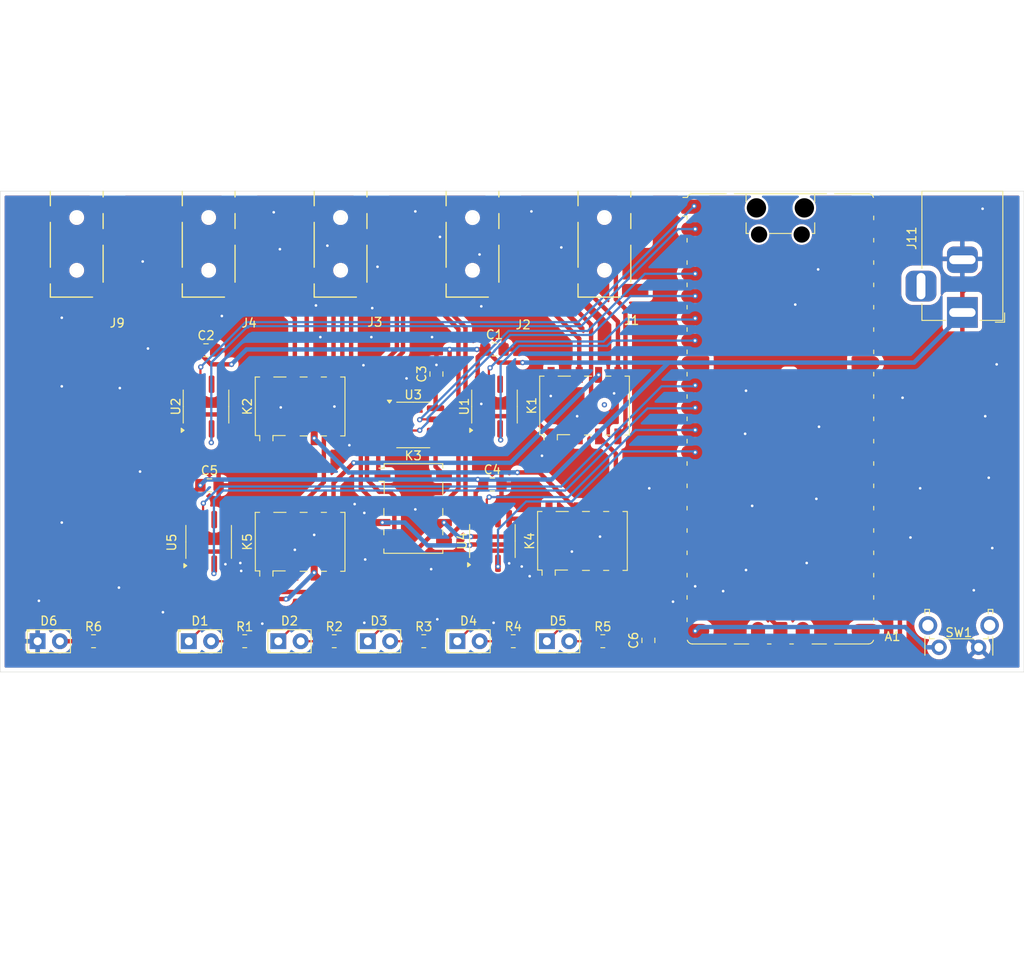
<source format=kicad_pcb>
(kicad_pcb (version 20241229) (generator "pcbnew") (generator_version "9.0")
  (layers (0 "F.Cu" signal) (2 "B.Cu" signal) (13 "F.Paste" user) (15 "B.Paste" user) (5 "F.SilkS" user "F.Silkscreen") (7 "B.SilkS" user "B.Silkscreen") (1 "F.Mask" user) (3 "B.Mask" user) (25 "Edge.Cuts" user))
  (net 0 "")
  (net 1 "/LED2")
  (net 2 "GND")
  (net 3 "Net-(A1-GPIO15)")
  (net 4 "/K5_A")
  (net 7 "/K2_B")
  (net 9 "/K5_B")
  (net 14 "/K2_A")
  (net 15 "/K4_A")
  (net 16 "/K3_B")
  (net 20 "/LED3")
  (net 21 "/LED1")
  (net 23 "/LED4")
  (net 24 "+3.3V")
  (net 25 "VBUS")
  (net 26 "/K4_B")
  (net 28 "/K3_A")
  (net 29 "+5V")
  (net 30 "/K1_A")
  (net 31 "/K1_B")
  (net 35 "/LED5")
  (net 36 "Net-(D1-A)")
  (net 37 "Net-(D2-A)")
  (net 38 "Net-(D3-A)")
  (net 39 "Net-(D4-A)")
  (net 40 "Net-(D5-A)")
  (net 41 "/R1")
  (net 43 "/L1")
  (net 44 "/N1")
  (net 45 "/R2")
  (net 47 "/N2")
  (net 48 "/L2")
  (net 49 "/N3")
  (net 51 "/R3")
  (net 52 "/L3")
  (net 53 "/R4")
  (net 54 "/N4")
  (net 55 "/L4")
  (net 57 "/N")
  (net 59 "/L")
  (net 60 "/R")
  (net 61 "/R12")
  (net 62 "/K1_R")
  (net 63 "/K1_S")
  (net 64 "/L12")
  (net 65 "/R34")
  (net 66 "/L34")
  (net 67 "/K2_S")
  (net 68 "/K2_R")
  (net 69 "/N12")
  (net 70 "/K3_S")
  (net 71 "/K3_R")
  (net 72 "/N34")
  (net 73 "/K4_R")
  (net 74 "/K4_S")
  (net 75 "/K5_S")
  (net 76 "/K5_R")
  (net 87 "Net-(D6-A)")
  (footprint "jacks:PJ-327A" (layer "F.Cu") (at 163.3 57.5)
    (property "Reference" "J1")
    (property "Value" "3.5")
  )
  (footprint "LED_THT:LED_D2.0mm_W4.8mm_H2.5mm_FlatTop" (layer "F.Cu") (at 116.040364 108.7)
    (property "Reference" "D1")
    (property "Value" "LED")
  )
  (footprint "LED_THT:LED_D2.0mm_W4.8mm_H2.5mm_FlatTop" (layer "F.Cu") (at 98.852545 108.7)
    (property "Reference" "D6")
    (property "Value" "LED")
  )
  (footprint "Relay_SMD:Relay_DPDT_Omron_G6K-2F-Y" (layer "F.Cu") (at 141.5625 93.595)
    (property "Reference" "K3")
    (property "Value" "G6KU-2")
  )
  (footprint "Relay_SMD:Relay_DPDT_Omron_G6K-2F-Y" (layer "F.Cu") (at 160.8 97.3 90)
    (property "Reference" "K4")
    (property "Value" "G6KU-2")
  )
  (footprint "Capacitor_SMD:C_0805_2012Metric_Pad1.18x1.45mm_HandSolder" (layer "F.Cu") (at 150.5575 90.8625)
    (property "Reference" "C4")
    (property "Value" "0.1uF")
  )
  (footprint "Connector_BarrelJack:BarrelJack_Horizontal" (layer "F.Cu") (at 204 71.3 -90)
    (property "Reference" "J11")
    (property "Value" "Jack-DC")
  )
  (footprint "LED_THT:LED_D2.0mm_W4.8mm_H2.5mm_FlatTop" (layer "F.Cu") (at 126.220273 108.7)
    (property "Reference" "D2")
    (property "Value" "LED")
  )
  (footprint "LED_THT:LED_D2.0mm_W4.8mm_H2.5mm_FlatTop" (layer "F.Cu") (at 146.580091 108.7)
    (property "Reference" "D4")
    (property "Value" "LED")
  )
  (footprint "Resistor_SMD:R_0805_2012Metric" (layer "F.Cu") (at 105.2125 108.7)
    (property "Reference" "R6")
    (property "Value" "750" (hide yes))
  )
  (footprint "LED_THT:LED_D2.0mm_W4.8mm_H2.5mm_FlatTop" (layer "F.Cu") (at 156.76 108.7)
    (property "Reference" "D5")
    (property "Value" "LED")
  )
  (footprint "Package_SO:SOP-8_3.76x4.96mm_P1.27mm" (layer "F.Cu") (at 150.5625 97.3 90)
    (property "Reference" "U4")
    (property "Value" "~")
  )
  (footprint "Resistor_SMD:R_0805_2012Metric" (layer "F.Cu") (at 152.940046 108.7)
    (property "Reference" "R4")
    (property "Value" "750" (hide yes))
  )
  (footprint "Package_SO:SOP-8_3.76x4.96mm_P1.27mm" (layer "F.Cu") (at 118 82 90)
    (property "Reference" "U2")
    (property "Value" "~")
  )
  (footprint "jacks:PJ-327A" (layer "F.Cu") (at 103.3 57.5)
    (property "Reference" "J9")
    (property "Value" "3.5")
  )
  (footprint "Capacitor_SMD:C_0805_2012Metric_Pad1.18x1.45mm_HandSolder" (layer "F.Cu") (at 144.2 78.3 90)
    (property "Reference" "C3")
    (property "Value" "0.1uF")
  )
  (footprint "Package_SO:SOP-8_3.76x4.96mm_P1.27mm" (layer "F.Cu") (at 118.3 97.4 90)
    (property "Reference" "U5")
    (property "Value" "~")
  )
  (footprint "Relay_SMD:Relay_DPDT_Omron_G6K-2F-Y" (layer "F.Cu") (at 128.7 97.4 90)
    (property "Reference" "K5")
    (property "Value" "G6KU-2")
  )
  (footprint "Relay_SMD:Relay_DPDT_Omron_G6K-2F-Y" (layer "F.Cu") (at 128.7 82 90)
    (property "Reference" "K2")
    (property "Value" "G6KU-2")
  )
  (footprint "Resistor_SMD:R_0805_2012Metric" (layer "F.Cu") (at 142.760137 108.7)
    (property "Reference" "R3")
    (property "Value" "750" (hide yes))
  )
  (footprint "jacks:PJ-327A" (layer "F.Cu") (at 133.3 57.5)
    (property "Reference" "J3")
    (property "Value" "3.5")
  )
  (footprint "Resistor_SMD:R_0805_2012Metric" (layer "F.Cu") (at 132.580228 108.7)
    (property "Reference" "R2")
    (property "Value" "750" (hide yes))
  )
  (footprint "Capacitor_SMD:C_0805_2012Metric_Pad1.18x1.45mm_HandSolder" (layer "F.Cu") (at 150.8 75.5)
    (property "Reference" "C1")
    (property "Value" "0.1uF")
  )
  (footprint "Resistor_SMD:R_0805_2012Metric" (layer "F.Cu") (at 163.119955 108.7)
    (property "Reference" "R5")
    (property "Value" "750" (hide yes))
  )
  (footprint "Resistor_SMD:R_0805_2012Metric" (layer "F.Cu") (at 122.400319 108.7)
    (property "Reference" "R1")
    (property "Value" "750" (hide yes))
  )
  (footprint "Capacitor_SMD:C_0805_2012Metric_Pad1.18x1.45mm_HandSolder" (layer "F.Cu") (at 118.395 90.9625)
    (property "Reference" "C5")
    (property "Value" "0.1uF")
  )
  (footprint "Relay_SMD:Relay_DPDT_Omron_G6K-2F-Y" (layer "F.Cu") (at 161.0375 81.9 90)
    (property "Reference" "K1")
    (property "Value" "G6KU-2")
  )
  (footprint "jacks:PJ-327A" (layer "F.Cu") (at 118.3 57.5)
    (property "Reference" "J4")
    (property "Value" "3.5")
  )
  (footprint "Package_SO:SOP-8_3.76x4.96mm_P1.27mm" (layer "F.Cu") (at 141.5625 84.095)
    (property "Reference" "U3")
    (property "Value" "~")
  )
  (footprint "Module:RaspberryPi_Pico_SMD_HandSolder" (layer "F.Cu") (at 183.31 83.4)
    (property "Reference" "A1")
    (property "Value" "RaspberryPi_Pico")
  )
  (footprint "Capacitor_SMD:C_0805_2012Metric_Pad1.18x1.45mm_HandSolder" (layer "F.Cu") (at 168.3 108.6 90)
    (property "Reference" "C6")
    (property "Value" "0.1uF")
  )
  (footprint "Button_Switch_THT:SW_Tactile_SPST_Angled_PTS645Vx58-2LFS" (layer "F.Cu") (at 205.85 109.389999 180)
    (property "Reference" "SW1")
    (property "Value" "SW_Push")
  )
  (footprint "Package_SO:SOP-8_3.76x4.96mm_P1.27mm" (layer "F.Cu") (at 150.8 82 90)
    (property "Reference" "U1")
    (property "Value" "~")
  )
  (footprint "jacks:PJ-327A" (layer "F.Cu") (at 148.3 57.5)
    (property "Reference" "J2")
    (property "Value" "3.5")
  )
  (footprint "Capacitor_SMD:C_0805_2012Metric_Pad1.18x1.45mm_HandSolder" (layer "F.Cu") (at 118 75.6)
    (property "Reference" "C2")
    (property "Value" "0.1uF")
  )
  (footprint "LED_THT:LED_D2.0mm_W4.8mm_H2.5mm_FlatTop" (layer "F.Cu") (at 136.400182 108.7)
    (property "Reference" "D3")
    (property "Value" "LED")
  )
  (gr_rect (start 94.6 57.5) (end 211 112.2) (stroke (width 0.05)) (fill no) (layer "Edge.Cuts"))
  (via (at 163.3 81.8) (size 0.6) (drill 0.3) (layers "F.Cu" "B.Cu") (net 0))
  (segment (start 165.6 104.6) (end 170.5 99.7) (width 0.254) (layer "F.Cu") (net 1))
  (segment (start 172.75 95.7) (end 172.4 95.7) (width 0.254) (layer "F.Cu") (net 1))
  (segment (start 137.1 104.6) (end 165.6 104.6) (width 0.254) (layer "F.Cu") (net 1))
  (segment (start 170.5 97.6) (end 172.4 95.7) (width 0.254) (layer "F.Cu") (net 1))
  (segment (start 128.820273 106.1) (end 135.6 106.1) (width 0.254) (layer "F.Cu") (net 1))
  (segment (start 170.5 99.7) (end 170.5 97.6) (width 0.254) (layer "F.Cu") (net 1))
  (segment (start 126.220273 108.7) (end 128.820273 106.1) (width 0.254) (layer "F.Cu") (net 1))
  (segment (start 173.62 94.83) (end 172.75 95.7) (width 0.254) (layer "F.Cu") (net 1))
  (segment (start 135.6 106.1) (end 137.1 104.6) (width 0.254) (layer "F.Cu") (net 1))
  (segment (start 183.31 107.3) (end 178.46 102.45) (width 0.5) (layer "F.Cu") (net 2))
  (segment (start 178.46 102.45) (end 173.62 102.45) (width 0.5) (layer "F.Cu") (net 2))
  (via (at 168.4 91.3) (size 0.6) (drill 0.3) (layers "F.Cu" "B.Cu") (net 2))
  (via (at 136 106.6) (size 0.6) (drill 0.3) (layers "F.Cu" "B.Cu") (net 2))
  (via (at 120.205 99.9375) (size 0.6) (drill 0.3) (layers "F.Cu" "B.Cu") (net 2))
  (via (at 141.8 59.8) (size 0.6) (drill 0.3) (layers "F.Cu" "B.Cu") (net 2))
  (via (at 207 90.1) (size 0.6) (drill 0.3) (layers "F.Cu" "B.Cu") (net 2))
  (via (at 206.6 83.1) (size 0.6) (drill 0.3) (layers "F.Cu" "B.Cu") (net 2))
  (via (at 186.3 99.8) (size 0.6) (drill 0.3) (layers "F.Cu" "B.Cu") (net 2))
  (via (at 99 104.1) (size 0.6) (drill 0.3) (layers "F.Cu" "B.Cu") (net 2))
  (via (at 135.9 77.3) (size 0.6) (drill 0.3) (layers "F.Cu" "B.Cu") (net 2))
  (via (at 149.3 70.6) (size 0.6) (drill 0.3) (layers "F.Cu" "B.Cu") (net 2))
  (via (at 143.7 74.1) (size 0.6) (drill 0.3) (layers "F.Cu" "B.Cu") (net 2))
  (via (at 126.4 64.1) (size 0.6) (drill 0.3) (layers "F.Cu" "B.Cu") (net 2))
  (via (at 152.4675 99.8375) (size 0.6) (drill 0.3) (layers "F.Cu" "B.Cu") (net 2))
  (via (at 134.3 86.4) (size 0.6) (drill 0.3) (layers "F.Cu" "B.Cu") (net 2))
  (via (at 187.4 92.5) (size 0.6) (drill 0.3) (layers "F.Cu" "B.Cu") (net 2))
  (via (at 180.1 93.3) (size 0.6) (drill 0.3) (layers "F.Cu" "B.Cu") (net 2))
  (via (at 149.1 64.7) (size 0.6) (drill 0.3) (layers "F.Cu" "B.Cu") (net 2))
  (via (at 164.4 80.5) (size 0.6) (drill 0.3) (layers "F.Cu" "B.Cu") (net 2))
  (via (at 179.4 80.2) (size 0.6) (drill 0.3) (layers "F.Cu" "B.Cu") (net 2))
  (via (at 140.8 78.8) (size 0.6) (drill 0.3) (layers "F.Cu" "B.Cu") (net 2))
  (via (at 136.1 99.4) (size 0.6) (drill 0.3) (layers "F.Cu" "B.Cu") (net 2))
  (via (at 206.3 59.5) (size 0.6) (drill 0.3) (layers "F.Cu" "B.Cu") (net 2))
  (via (at 134.9 93.1) (size 0.6) (drill 0.3) (layers "F.Cu" "B.Cu") (net 2))
  (via (at 110.5 89.4) (size 0.6) (drill 0.3) (layers "F.Cu" "B.Cu") (net 2))
  (via (at 144.6 62.7) (size 0.6) (drill 0.3) (layers "F.Cu" "B.Cu") (net 2))
  (via (at 156.2 87.6) (size 0.6) (drill 0.3) (layers "F.Cu" "B.Cu") (net 2))
  (via (at 173.62 102.45) (size 0.6) (drill 0.3) (layers "F.Cu" "B.Cu") (net 2))
  (via (at 205.3 102.9) (size 0.6) (drill 0.3) (layers "F.Cu" "B.Cu") (net 2))
  (via (at 110.8 65.5) (size 0.6) (drill 0.3) (layers "F.Cu" "B.Cu") (net 2))
  (via (at 162.8 96.8) (size 0.6) (drill 0.3) (layers "F.Cu" "B.Cu") (net 2))
  (via (at 128.1 98.3) (size 0.6) (drill 0.3) (layers "F.Cu" "B.Cu") (net 2))
  (via (at 125.7 59.9) (size 0.6) (drill 0.3) (layers "F.Cu" "B.Cu") (net 2))
  (via (at 101.6 95.2) (size 0.6) (drill 0.3) (layers "F.Cu" "B.Cu") (net 2))
  (via (at 159.6 98.5) (size 0.6) (drill 0.3) (layers "F.Cu" "B.Cu") (net 2))
  (via (at 179.3 85.1) (size 0.6) (drill 0.3) (layers "F.Cu" "B.Cu") (net 2))
  (via (at 108.1 102.6) (size 0.6) (drill 0.3) (layers "F.Cu" "B.Cu") (net 2))
  (via (at 198.1 96.9) (size 0.6) (drill 0.3) (layers "F.Cu" "B.Cu") (net 2))
  (via (at 144.2 77.2625) (size 0.6) (drill 0.3) (layers "F.Cu" "B.Cu") (net 2))
  (via (at 197.2 81) (size 0.6) (drill 0.3) (layers "F.Cu" "B.Cu") (net 2))
  (via (at 149.3 81.7) (size 0.6) (drill 0.3) (layers "F.Cu" "B.Cu") (net 2))
  (via (at 141.8 93.7) (size 0.6) (drill 0.3) (layers "F.Cu" "B.Cu") (net 2))
  (via (at 157.2 80.8) (size 0.6) (drill 0.3) (layers "F.Cu" "B.Cu") (net 2))
  (via (at 207.4 98.1) (size 0.6) (drill 0.3) (layers "F.Cu" "B.Cu") (net 2))
  (via (at 176.8 103) (size 0.6) (drill 0.3) (layers "F.Cu" "B.Cu") (net 2))
  (via (at 187.6 66.4) (size 0.6) (drill 0.3) (layers "F.Cu" "B.Cu") (net 2))
  (via (at 124.4 106.7) (size 0.6) (drill 0.3) (layers "F.Cu" "B.Cu") (net 2))
  (via (at 136.9 70.8) (size 0.6) (drill 0.3) (layers "F.Cu" "B.Cu") (net 2))
  (via (at 199.2 91.3) (size 0.6) (drill 0.3) (layers "F.Cu" "B.Cu") (net 2))
  (via (at 185 70.4) (size 0.6) (drill 0.3) (layers "F.Cu" "B.Cu") (net 2))
  (via (at 130.5 70.5) (size 0.6) (drill 0.3) (layers "F.Cu" "B.Cu") (net 2))
  (via (at 155 59.8) (size 0.6) (drill 0.3) (layers "F.Cu" "B.Cu") (net 2))
  (via (at 158.4 63.9) (size 0.6) (drill 0.3) (layers "F.Cu" "B.Cu") (net 2))
  (via (at 108.2 79.9) (size 0.6) (drill 0.3) (layers "F.Cu" "B.Cu") (net 2))
  (via (at 137.5 66.1) (size 0.6) (drill 0.3) (layers "F.Cu" "B.Cu") (net 2))
  (via (at 179.4 100.6) (size 0.6) (drill 0.3) (layers "F.Cu" "B.Cu") (net 2))
  (via (at 207.9 77.2) (size 0.6) (drill 0.3) (layers "F.Cu" "B.Cu") (net 2))
  (via (at 160.2 83.1) (size 0.6) (drill 0.3) (layers "F.Cu" "B.Cu") (net 2))
  (via (at 154.8 101.3) (size 0.6) (drill 0.3) (layers "F.Cu" "B.Cu") (net 2))
  (via (at 187.7 84.3) (size 0.6) (drill 0.3) (layers "F.Cu" "B.Cu") (net 2))
  (via (at 131.8 63.7) (size 0.6) (drill 0.3) (layers "F.Cu" "B.Cu") (net 2))
  (via (at 131 74.1) (size 0.6) (drill 0.3) (layers "F.Cu" "B.Cu") (net 2))
  (via (at 130.3 96.6) (size 0.6) (drill 0.3) (layers "F.Cu" "B.Cu") (net 2))
  (via (at 119.8 71.7) (size 0.6) (drill 0.3) (layers "F.Cu" "B.Cu") (net 2))
  (via (at 136 94.1) (size 0.6) (drill 0.3) (layers "F.Cu" "B.Cu") (net 2))
  (via (at 122 100.7) (size 0.6) (drill 0.3) (layers "F.Cu" "B.Cu") (net 2))
  (via (at 111.4 75.4) (size 0.6) (drill 0.3) (layers "F.Cu" "B.Cu") (net 2))
  (via (at 171.1 104.2) (size 0.6) (drill 0.3) (layers "F.Cu" "B.Cu") (net 2))
  (via (at 101.6 79.7) (size 0.6) (drill 0.3) (layers "F.Cu" "B.Cu") (net 2))
  (via (at 121.9 99.8) (size 0.6) (drill 0.3) (layers "F.Cu" "B.Cu") (net 2))
  (via (at 132.6 82) (size 0.6) (drill 0.3) (layers "F.Cu" "B.Cu") (net 2))
  (via (at 143.6 100.5) (size 0.6) (drill 0.3) (layers "F.Cu" "B.Cu") (net 2))
  (via (at 144.3 106.2) (size 0.6) (drill 0.3) (layers "F.Cu" "B.Cu") (net 2))
  (via (at 153.9 100.2) (size 0.6) (drill 0.3) (layers "F.Cu" "B.Cu") (net 2))
  (via (at 101.6 71.9) (size 0.6) (drill 0.3) (layers "F.Cu" "B.Cu") (net 2))
  (via (at 113.1 105.4) (size 0.6) (drill 0.3) (layers "F.Cu" "B.Cu") (net 2))
  (via (at 136.8 74.1) (size 0.6) (drill 0.3) (layers "F.Cu" "B.Cu") (net 2))
  (via (at 126.5 82.1) (size 0.6) (drill 0.3) (layers "F.Cu" "B.Cu") (net 2))
  (via (at 150.7 106.6) (size 0.6) (drill 0.3) (layers "F.Cu" "B.Cu") (net 2))
  (segment (start 168.3 107.5625) (end 173.5875 107.5625) (width 0.5) (layer "F.Cu") (net 3))
  (segment (start 173.5875 107.5625) (end 173.62 107.53) (width 0.5) (layer "F.Cu") (net 3))
  (via (at 173.62 107.53) (size 0.6) (drill 0.3) (layers "F.Cu" "B.Cu") (net 3))
  (segment (start 197.5 107.089999) (end 174.060001 107.089999) (width 0.5) (layer "B.Cu") (net 3))
  (segment (start 174.060001 107.089999) (end 173.62 107.53) (width 0.5) (layer "B.Cu") (net 3))
  (segment (start 201.349999 109.389999) (end 199.8 109.389999) (width 0.5) (layer "B.Cu") (net 3))
  (segment (start 199.8 109.389999) (end 197.5 107.089999) (width 0.5) (layer "B.Cu") (net 3))
  (segment (start 118.935 99.9375) (end 118.935 100.965) (width 0.254) (layer "F.Cu") (net 4))
  (segment (start 118.935 100.965) (end 118.9 101) (width 0.254) (layer "F.Cu") (net 4))
  (via (at 118.9 101) (size 0.6) (drill 0.3) (layers "F.Cu" "B.Cu") (net 4))
  (via (at 173.62 82.13) (size 0.6) (drill 0.3) (layers "F.Cu" "B.Cu") (net 4))
  (segment (start 168.2 82.2) (end 173.55 82.2) (width 0.254) (layer "B.Cu") (net 4))
  (segment (start 158.845 91.555) (end 168.2 82.2) (width 0.254) (layer "B.Cu") (net 4))
  (segment (start 118.9 101) (end 118.9 92.6) (width 0.254) (layer "B.Cu") (net 4))
  (segment (start 119.945 91.555) (end 158.845 91.555) (width 0.254) (layer "B.Cu") (net 4))
  (segment (start 173.55 82.2) (end 173.62 82.13) (width 0.254) (layer "B.Cu") (net 4))
  (segment (start 118.9 92.6) (end 119.945 91.555) (width 0.254) (layer "B.Cu") (net 4))
  (segment (start 117.365 79.4625) (end 117.365 77.535) (width 0.254) (layer "F.Cu") (net 7))
  (segment (start 173.62 59.27) (end 173.57 59.27) (width 0.254) (layer "F.Cu") (net 7))
  (segment (start 173.57 59.27) (end 173.5 59.2) (width 0.254) (layer "F.Cu") (net 7))
  (segment (start 117.365 77.535) (end 117.4 77.5) (width 0.254) (layer "F.Cu") (net 7))
  (via (at 173.5 59.2) (size 0.6) (drill 0.3) (layers "F.Cu" "B.Cu") (net 7))
  (via (at 117.4 77.5) (size 0.6) (drill 0.3) (layers "F.Cu" "B.Cu") (net 7))
  (segment (start 122.5 72.4) (end 160.3 72.4) (width 0.254) (layer "B.Cu") (net 7))
  (segment (start 117.4 77.5) (end 122.5 72.4) (width 0.254) (layer "B.Cu") (net 7))
  (segment (start 160.3 72.4) (end 173.5 59.2) (width 0.254) (layer "B.Cu") (net 7))
  (segment (start 117.665 93.035) (end 117.7 93) (width 0.254) (layer "F.Cu") (net 9))
  (segment (start 117.665 94.8625) (end 117.665 93.035) (width 0.254) (layer "F.Cu") (net 9))
  (via (at 173.62 79.59) (size 0.6) (drill 0.3) (layers "F.Cu" "B.Cu") (net 9))
  (via (at 117.7 93) (size 0.6) (drill 0.3) (layers "F.Cu" "B.Cu") (net 9))
  (segment (start 158.4 91.1) (end 169.8 79.7) (width 0.254) (layer "B.Cu") (net 9))
  (segment (start 119.6 91.1) (end 158.4 91.1) (width 0.254) (layer "B.Cu") (net 9))
  (segment (start 117.7 93) (end 119.6 91.1) (width 0.254) (layer "B.Cu") (net 9))
  (segment (start 173.51 79.7) (end 173.62 79.59) (width 0.254) (layer "B.Cu") (net 9))
  (segment (start 169.8 79.7) (end 173.51 79.7) (width 0.254) (layer "B.Cu") (net 9))
  (segment (start 118.635 86.065) (end 118.6 86.1) (width 0.254) (layer "F.Cu") (net 14))
  (segment (start 118.635 84.5375) (end 118.635 86.065) (width 0.254) (layer "F.Cu") (net 14))
  (via (at 118.6 86.1) (size 0.6) (drill 0.3) (layers "F.Cu" "B.Cu") (net 14))
  (via (at 173.62 61.81) (size 0.6) (drill 0.3) (layers "F.Cu" "B.Cu") (net 14))
  (segment (start 171.69 61.81) (end 173.62 61.81) (width 0.254) (layer "B.Cu") (net 14))
  (segment (start 122.6 73) (end 122.745 72.855) (width 0.254) (layer "B.Cu") (net 14))
  (segment (start 122.745 72.855) (end 160.645 72.855) (width 0.254) (layer "B.Cu") (net 14))
  (segment (start 160.645 72.855) (end 171.69 61.81) (width 0.254) (layer "B.Cu") (net 14))
  (segment (start 122.6 73) (end 122.8 73) (width 0.254) (layer "B.Cu") (net 14))
  (segment (start 118.6 77) (end 122.6 73) (width 0.254) (layer "B.Cu") (net 14))
  (segment (start 118.6 86.1) (end 118.6 77) (width 0.254) (layer "B.Cu") (net 14))
  (segment (start 151.1975 99.8375) (end 151.1975 100.1975) (width 0.254) (layer "F.Cu") (net 15))
  (segment (start 151.1975 100.1975) (end 151.2 100.2) (width 0.254) (layer "F.Cu") (net 15))
  (via (at 173.62 87.21) (size 0.6) (drill 0.3) (layers "F.Cu" "B.Cu") (net 15))
  (via (at 151.2 100.2) (size 0.6) (drill 0.3) (layers "F.Cu" "B.Cu") (net 15))
  (segment (start 159.6 92.8) (end 165.3 87.1) (width 0.254) (layer "B.Cu") (net 15))
  (segment (start 151.2 96) (end 154.4 92.8) (width 0.254) (layer "B.Cu") (net 15))
  (segment (start 173.51 87.1) (end 173.62 87.21) (width 0.254) (layer "B.Cu") (net 15))
  (segment (start 154.4 92.8) (end 159.6 92.8) (width 0.254) (layer "B.Cu") (net 15))
  (segment (start 165.3 87.1) (end 173.51 87.1) (width 0.254) (layer "B.Cu") (net 15))
  (segment (start 151.2 100.2) (end 151.2 96) (width 0.254) (layer "B.Cu") (net 15))
  (segment (start 142.34 83.46) (end 142.3 83.5) (width 0.254) (layer "F.Cu") (net 16))
  (segment (start 144.1 83.46) (end 142.34 83.46) (width 0.254) (layer "F.Cu") (net 16))
  (via (at 173.62 66.89) (size 0.6) (drill 0.3) (layers "F.Cu" "B.Cu") (net 16))
  (via (at 142.3 83.5) (size 0.6) (drill 0.3) (layers "F.Cu" "B.Cu") (net 16))
  (segment (start 142.3 83.5) (end 152.4 73.4) (width 0.254) (layer "B.Cu") (net 16))
  (segment (start 152.4 73.4) (end 161.4 73.4) (width 0.254) (layer "B.Cu") (net 16))
  (segment (start 161.4 73.4) (end 167.9 66.9) (width 0.254) (layer "B.Cu") (net 16))
  (segment (start 173.61 66.9) (end 173.62 66.89) (width 0.254) (layer "B.Cu") (net 16))
  (segment (start 167.9 66.9) (end 173.61 66.9) (width 0.254) (layer "B.Cu") (net 16))
  (segment (start 165.9 105.09) (end 173.62 97.37) (width 0.254) (layer "F.Cu") (net 20))
  (segment (start 140.010182 105.09) (end 165.9 105.09) (width 0.254) (layer "F.Cu") (net 20))
  (segment (start 136.400182 108.7) (end 140.010182 105.09) (width 0.254) (layer "F.Cu") (net 20))
  (segment (start 169.9 99.6) (end 169.9 94.7) (width 0.254) (layer "F.Cu") (net 21))
  (segment (start 165.4 104.1) (end 169.9 99.6) (width 0.254) (layer "F.Cu") (net 21))
  (segment (start 136.9 104.1) (end 165.4 104.1) (width 0.254) (layer "F.Cu") (net 21))
  (segment (start 169.9 94.7) (end 172.31 92.29) (width 0.254) (layer "F.Cu") (net 21))
  (segment (start 119.140364 105.6) (end 135.4 105.6) (width 0.254) (layer "F.Cu") (net 21))
  (segment (start 135.4 105.6) (end 136.9 104.1) (width 0.254) (layer "F.Cu") (net 21))
  (segment (start 172.31 92.29) (end 173.62 92.29) (width 0.254) (layer "F.Cu") (net 21))
  (segment (start 116.040364 108.7) (end 119.140364 105.6) (width 0.254) (layer "F.Cu") (net 21))
  (segment (start 149.735091 105.545) (end 167.985 105.545) (width 0.254) (layer "F.Cu") (net 23))
  (segment (start 146.580091 108.7) (end 149.735091 105.545) (width 0.254) (layer "F.Cu") (net 23))
  (segment (start 167.985 105.545) (end 173.62 99.91) (width 0.254) (layer "F.Cu") (net 23))
  (segment (start 149.9275 94.7625) (end 149.9275 92.5725) (width 0.254) (layer "F.Cu") (net 26))
  (segment (start 149.9275 92.5725) (end 150.2 92.3) (width 0.254) (layer "F.Cu") (net 26))
  (via (at 173.62 84.67) (size 0.6) (drill 0.3) (layers "F.Cu" "B.Cu") (net 26))
  (via (at 150.2 92.3) (size 0.6) (drill 0.3) (layers "F.Cu" "B.Cu") (net 26))
  (segment (start 166.83 84.67) (end 173.62 84.67) (width 0.254) (layer "B.Cu") (net 26))
  (segment (start 159.2 92.3) (end 166.83 84.67) (width 0.254) (layer "B.Cu") (net 26))
  (segment (start 150.2 92.3) (end 159.2 92.3) (width 0.254) (layer "B.Cu") (net 26))
  (segment (start 139.025 84.73) (end 142.27 84.73) (width 0.254) (layer "F.Cu") (net 28))
  (segment (start 142.27 84.73) (end 142.3 84.7) (width 0.254) (layer "F.Cu") (net 28))
  (via (at 142.3 84.7) (size 0.6) (drill 0.3) (layers "F.Cu" "B.Cu") (net 28))
  (via (at 173.62 69.43) (size 0.6) (drill 0.3) (layers "F.Cu" "B.Cu") (net 28))
  (segment (start 142.3 84.7) (end 143.2 83.8) (width 0.254) (layer "B.Cu") (net 28))
  (segment (start 152.588468 73.855) (end 161.845 73.855) (width 0.254) (layer "B.Cu") (net 28))
  (segment (start 150.8 75.643468) (end 152.588468 73.855) (width 0.254) (layer "B.Cu") (net 28))
  (segment (start 143.2 83.8) (end 143.2 83.3) (width 0.254) (layer "B.Cu") (net 28))
  (segment (start 166.27 69.43) (end 173.62 69.43) (width 0.254) (layer "B.Cu") (net 28))
  (segment (start 161.845 73.855) (end 166.27 69.43) (width 0.254) (layer "B.Cu") (net 28))
  (segment (start 143.2 83.3) (end 150.8 75.7) (width 0.254) (layer "B.Cu") (net 28))
  (segment (start 150.8 75.7) (end 150.8 75.643468) (width 0.254) (layer "B.Cu") (net 28))
  (segment (start 196.9 108.2) (end 194.4 110.7) (width 0.5) (layer "F.Cu") (net 29))
  (segment (start 123.312819 108.7) (end 125.312819 110.7) (width 0.5) (layer "F.Cu") (net 29))
  (segment (start 193 61.81) (end 193.09 61.9) (width 0.5) (layer "F.Cu") (net 29))
  (segment (start 115.13291 110.7) (end 112.55491 108.122) (width 0.5) (layer "F.Cu") (net 29))
  (segment (start 144.2 79.3375) (end 145.7 77.8375) (width 0.5) (layer "F.Cu") (net 29))
  (segment (start 116.395 94.8625) (end 116.395 91.925) (width 0.5) (layer "F.Cu") (net 29))
  (segment (start 204 96.8) (end 196.9 103.9) (width 0.5) (layer "F.Cu") (net 29))
  (segment (start 135.492728 110.7) (end 136.6 110.7) (width 0.5) (layer "F.Cu") (net 29))
  (segment (start 155.8 110.7) (end 146.3 110.7) (width 0.5) (layer "F.Cu") (net 29))
  (segment (start 136.6 110.7) (end 125.9 110.7) (width 0.5) (layer "F.Cu") (net 29))
  (segment (start 164.032455 108.7) (end 164.032455 108.832455) (width 0.5) (layer "F.Cu") (net 29))
  (segment (start 207 64.2) (end 207 66) (width 0.5) (layer "F.Cu") (net 29))
  (segment (start 144.1 79.4375) (end 144.2 79.3375) (width 0.5) (layer "F.Cu") (net 29))
  (segment (start 148.6575 91.725) (end 149.52 90.8625) (width 0.5) (layer "F.Cu") (net 29))
  (segment (start 148.895 79.4625) (end 148.895 76.3675) (width 0.5) (layer "F.Cu") (net 29))
  (segment (start 116.395 91.925) (end 117.3575 90.9625) (width 0.5) (layer "F.Cu") (net 29))
  (segment (start 154 77) (end 151.2625 77) (width 0.5) (layer "F.Cu") (net 29))
  (segment (start 148.9 90.3) (end 148.9575 90.3) (width 0.5) (layer "F.Cu") (net 29))
  (segment (start 106.703 108.122) (end 106.125 108.7) (width 0.5) (layer "F.Cu") (net 29))
  (segment (start 194.4 110.7) (end 165.9 110.7) (width 0.5) (layer "F.Cu") (net 29))
  (segment (start 145.7 77.8375) (end 145.7 75.5) (width 0.5) (layer "F.Cu") (net 29))
  (segment (start 148.6575 94.7625) (end 148.6575 91.725) (width 0.5) (layer "F.Cu") (net 29))
  (segment (start 207 66) (end 204 69) (width 0.5) (layer "F.Cu") (net 29))
  (segment (start 204 69) (end 204 71.5) (width 0.5) (layer "F.Cu") (net 29))
  (segment (start 165.9 110.7) (end 155.8 110.7) (width 0.5) (layer "F.Cu") (net 29))
  (segment (start 149.7625 75.5) (end 148.8 75.5) (width 0.5) (layer "F.Cu") (net 29))
  (segment (start 148.895 76.3675) (end 149.7625 75.5) (width 0.5) (layer "F.Cu") (net 29))
  (segment (start 125.9 110.7) (end 115.13291 110.7) (width 0.5) (layer "F.Cu") (net 29))
  (segment (start 196.9 103.9) (end 196.9 108.2) (width 0.5) (layer "F.Cu") (net 29))
  (segment (start 153.852546 108.752546) (end 155.8 110.7) (width 0.5) (layer "F.Cu") (net 29))
  (segment (start 120.9 77.2) (end 118.5625 77.2) (width 0.5) (layer "F.Cu") (net 29))
  (segment (start 164.032455 108.832455) (end 165.9 110.7) (width 0.5) (layer "F.Cu") (net 29))
  (segment (start 148.9575 90.3) (end 149.52 90.8625) (width 0.5) (layer "F.Cu") (net 29))
  (segment (start 125.312819 110.7) (end 125.9 110.7) (width 0.5) (layer "F.Cu") (net 29))
  (segment (start 133.492728 108.7) (end 135.492728 110.7) (width 0.5) (layer "F.Cu") (net 29))
  (segment (start 146.3 110.7) (end 136.6 110.7) (width 0.5) (layer "F.Cu") (net 29))
  (segment (start 112.55491 108.122) (end 106.703 108.122) (width 0.5) (layer "F.Cu") (net 29))
  (segment (start 193.09 61.9) (end 204.7 61.9) (width 0.5) (layer "F.Cu") (net 29))
  (segment (start 145.672637 110.7) (end 146.3 110.7) (width 0.5) (layer "F.Cu") (net 29))
  (segment (start 118.5625 77.2) (end 116.9625 75.6) (width 0.5) (layer "F.Cu") (net 29))
  (segment (start 144.1 82.19) (end 144.1 79.4375) (width 0.5) (layer "F.Cu") (net 29))
  (segment (start 143.672637 108.7) (end 145.672637 110.7) (width 0.5) (layer "F.Cu") (net 29))
  (segment (start 204 71.5) (end 204 96.8) (width 0.5) (layer "F.Cu") (net 29))
  (segment (start 116.095 79.4625) (end 116.095 76.4675) (width 0.5) (layer "F.Cu") (net 29))
  (segment (start 153.852546 108.7) (end 153.852546 108.752546) (width 0.5) (layer "F.Cu") (net 29))
  (segment (start 204.7 61.9) (end 207 64.2) (width 0.5) (layer "F.Cu") (net 29))
  (segment (start 151.2625 77) (end 149.7625 75.5) (width 0.5) (layer "F.Cu") (net 29))
  (segment (start 116.095 76.4675) (end 116.9625 75.6) (width 0.5) (layer "F.Cu") (net 29))
  (via (at 145.7 75.5) (size 0.6) (drill 0.3) (layers "F.Cu" "B.Cu") (net 29))
  (via (at 154 77) (size 0.6) (drill 0.3) (layers "F.Cu" "B.Cu") (net 29))
  (via (at 120.9 77.2) (size 0.6) (drill 0.3) (layers "F.Cu" "B.Cu") (net 29))
  (via (at 148.9 90.3) (size 0.6) (drill 0.3) (layers "F.Cu" "B.Cu") (net 29))
  (via (at 117.3575 90.9625) (size 0.6) (drill 0.3) (layers "F.Cu" "B.Cu") (net 29))
  (via (at 148.8 75.5) (size 0.6) (drill 0.3) (layers "F.Cu" "B.Cu") (net 29))
  (segment (start 204 71.5) (end 198.5 77) (width 0.5) (layer "B.Cu") (net 29))
  (segment (start 122.6 75.5) (end 120.9 77.2) (width 0.5) (layer "B.Cu") (net 29))
  (segment (start 198.5 77) (end 170.6 77) (width 0.5) (layer "B.Cu") (net 29))
  (segment (start 148.9 90.3) (end 157.3 90.3) (width 0.5) (layer "B.Cu") (net 29))
  (segment (start 148.8 75.5) (end 145.7 75.5) (width 0.5) (layer "B.Cu") (net 29))
  (segment (start 118.02 90.3) (end 148.9 90.3) (width 0.5) (layer "B.Cu") (net 29))
  (segment (start 117.3575 90.9625) (end 118.02 90.3) (width 0.5) (layer "B.Cu") (net 29))
  (segment (start 145.7 75.5) (end 122.6 75.5) (width 0.5) (layer "B.Cu") (net 29))
  (segment (start 157.3 90.3) (end 170.6 77) (width 0.5) (layer "B.Cu") (net 29))
  (segment (start 170.6 77) (end 154 77) (width 0.5) (layer "B.Cu") (net 29))
  (segment (start 151.435 85.735) (end 151.5 85.8) (width 0.254) (layer "F.Cu") (net 30))
  (segment (start 151.435 84.5375) (end 151.435 85.735) (width 0.254) (layer "F.Cu") (net 30))
  (via (at 151.5 85.8) (size 0.6) (drill 0.3) (layers "F.Cu" "B.Cu") (net 30))
  (via (at 173.6 74.5) (size 0.6) (drill 0.3) (layers "F.Cu" "B.Cu") (net 30))
  (segment (start 151.5 77.2) (end 153.6 75.1) (width 0.254) (layer "B.Cu") (net 30))
  (segment (start 164.2 74.5) (end 173.6 74.5) (width 0.254) (layer "B.Cu") (net 30))
  (segment (start 153.6 75.1) (end 163.6 75.1) (width 0.254) (layer "B.Cu") (net 30))
  (segment (start 163.6 75.1) (end 164.2 74.5) (width 0.254) (layer "B.Cu") (net 30))
  (segment (start 151.5 85.8) (end 151.5 77.2) (width 0.254) (layer "B.Cu") (net 30))
  (segment (start 150.165 77.735) (end 150.3 77.6) (width 0.254) (layer "F.Cu") (net 31))
  (segment (start 150.165 79.4625) (end 150.165 77.735) (width 0.254) (layer "F.Cu") (net 31))
  (via (at 173.62 71.97) (size 0.6) (drill 0.3) (layers "F.Cu" "B.Cu") (net 31))
  (via (at 150.3 77.6) (size 0.6) (drill 0.3) (layers "F.Cu" "B.Cu") (net 31))
  (segment (start 165.8 72) (end 165.9 72.1) (width 0.254) (layer "B.Cu") (net 31))
  (segment (start 150.3 77.6) (end 153.3 74.6) (width 0.254) (layer "B.Cu") (net 31))
  (segment (start 153.3 74.6) (end 163.2 74.6) (width 0.254) (layer "B.Cu") (net 31))
  (segment (start 173.49 72.1) (end 173.62 71.97) (width 0.254) (layer "B.Cu") (net 31))
  (segment (start 163.2 74.6) (end 165.8 72) (width 0.254) (layer "B.Cu") (net 31))
  (segment (start 165.9 72.1) (end 173.49 72.1) (width 0.254) (layer "B.Cu") (net 31))
  (segment (start 171.2 106) (end 159.46 106) (width 0.254) (layer "F.Cu") (net 35))
  (segment (start 171.4 105.8) (end 171.2 106) (width 0.254) (layer "F.Cu") (net 35))
  (segment (start 173.62 104.99) (end 172.11 104.99) (width 0.254) (layer "F.Cu") (net 35))
  (segment (start 159.46 106) (end 156.76 108.7) (width 0.254) (layer "F.Cu") (net 35))
  (segment (start 171.4 105.7) (end 171.4 105.8) (width 0.254) (layer "F.Cu") (net 35))
  (segment (start 172.11 104.99) (end 171.4 105.7) (width 0.254) (layer "F.Cu") (net 35))
  (segment (start 118.580364 108.7) (end 121.487819 108.7) (width 0.254) (layer "F.Cu") (net 36))
  (segment (start 128.760273 108.7) (end 131.667728 108.7) (width 0.254) (layer "F.Cu") (net 37))
  (segment (start 138.940182 108.7) (end 141.847637 108.7) (width 0.254) (layer "F.Cu") (net 38))
  (segment (start 149.120091 108.7) (end 152.027546 108.7) (width 0.254) (layer "F.Cu") (net 39))
  (segment (start 159.3 108.7) (end 162.207455 108.7) (width 0.254) (layer "F.Cu") (net 40))
  (segment (start 159.8 67.3) (end 164.8375 72.3375) (width 0.5) (layer "F.Cu") (net 41))
  (segment (start 164.8375 72.3375) (end 164.8375 78.4) (width 0.5) (layer "F.Cu") (net 41))
  (segment (start 159.8 67.1) (end 159.8 67.3) (width 0.5) (layer "F.Cu") (net 41))
  (segment (start 166.8 62.7) (end 164.6 64.9) (width 0.5) (layer "F.Cu") (net 43))
  (segment (start 164.6 69.8) (end 165.6885 70.8885) (width 0.5) (layer "F.Cu") (net 43))
  (segment (start 165.6885 70.8885) (end 165.6885 84.549) (width 0.5) (layer "F.Cu") (net 43))
  (segment (start 164.6 64.9) (end 164.6 69.8) (width 0.5) (layer "F.Cu") (net 43))
  (segment (start 165.6885 84.549) (end 164.8375 85.4) (width 0.5) (layer "F.Cu") (net 43))
  (segment (start 158.5 61.4) (end 149.1 61.4) (width 0.5) (layer "F.Cu") (net 44))
  (segment (start 144.348 64.4) (end 142.849 65.899) (width 0.5) (layer "F.Cu") (net 44))
  (segment (start 142.849 65.899) (end 142.849 68.349) (width 0.5) (layer "F.Cu") (net 44))
  (segment (start 145.0645 97.395) (end 145.0625 97.395) (width 0.5) (layer "F.Cu") (net 44))
  (segment (start 146.1 64.4) (end 144.348 64.4) (width 0.5) (layer "F.Cu") (net 44))
  (segment (start 142.849 68.349) (end 147.5 73) (width 0.5) (layer "F.Cu") (net 44))
  (segment (start 159.8 60.1) (end 158.5 61.4) (width 0.5) (layer "F.Cu") (net 44))
  (segment (start 159.8 60.1) (end 160.8 59.1) (width 0.5) (layer "F.Cu") (net 44))
  (segment (start 147.5 94.9595) (end 145.0645 97.395) (width 0.5) (layer "F.Cu") (net 44))
  (segment (start 147.5 73) (end 147.5 94.9595) (width 0.5) (layer "F.Cu") (net 44))
  (segment (start 160.8 59.1) (end 166.8 59.1) (width 0.5) (layer "F.Cu") (net 44))
  (segment (start 149.1 61.4) (end 146.1 64.4) (width 0.5) (layer "F.Cu") (net 44))
  (segment (start 153.2 67.599) (end 153.751 67.599) (width 0.5) (layer "F.Cu") (net 45))
  (segment (start 145.3 67.6) (end 153.199 67.6) (width 0.5) (layer "F.Cu") (net 45))
  (segment (start 153.199 67.6) (end 153.2 67.599) (width 0.5) (layer "F.Cu") (net 45))
  (segment (start 144.8 67.1) (end 145.3 67.6) (width 0.5) (layer "F.Cu") (net 45))
  (segment (start 160.4375 74.2855) (end 160.4375 78.4) (width 0.5) (layer "F.Cu") (net 45))
  (segment (start 153.751 67.599) (end 160.4375 74.2855) (width 0.5) (layer "F.Cu") (net 45))
  (segment (start 146.7 91.3575) (end 145.0625 92.995) (width 0.5) (layer "F.Cu") (net 47))
  (segment (start 145.8 59.1) (end 151.8 59.1) (width 0.5) (layer "F.Cu") (net 47))
  (segment (start 142.148 62.752) (end 142.148 68.648) (width 0.5) (layer "F.Cu") (net 47))
  (segment (start 144.8 60.1) (end 145.8 59.1) (width 0.5) (layer "F.Cu") (net 47))
  (segment (start 144.8 60.1) (end 142.148 62.752) (width 0.5) (layer "F.Cu") (net 47))
  (segment (start 142.148 68.648) (end 146.7 73.2) (width 0.5) (layer "F.Cu") (net 47))
  (segment (start 146.7 73.2) (end 146.7 91.3575) (width 0.5) (layer "F.Cu") (net 47))
  (segment (start 161.7865 84.051) (end 160.4375 85.4) (width 0.5) (layer "F.Cu") (net 48))
  (segment (start 151.8 62.7) (end 161.7865 72.6865) (width 0.5) (layer "F.Cu") (net 48))
  (segment (start 161.7865 72.6865) (end 161.7865 84.051) (width 0.5) (layer "F.Cu") (net 48))
  (segment (start 130.8 59.1) (end 129.8 60.1) (width 0.5) (layer "F.Cu") (net 49))
  (segment (start 136.301 79.899) (end 136.301 90.301) (width 0.5) (layer "F.Cu") (net 49))
  (segment (start 137.55 59.1) (end 140.401 61.951) (width 0.5) (layer "F.Cu") (net 49))
  (segment (start 136.8 59.1) (end 130.8 59.1) (width 0.5) (layer "F.Cu") (net 49))
  (segment (start 136.301 90.301) (end 137.7 91.7) (width 0.5) (layer "F.Cu") (net 49))
  (segment (start 137.7 91.7) (end 138.9 91.7) (width 0.5) (layer "F.Cu") (net 49))
  (segment (start 140.401 75.799) (end 136.301 79.899) (width 0.5) (layer "F.Cu") (net 49))
  (segment (start 139.4135 92.2135) (end 139.4135 96.044) (width 0.5) (layer "F.Cu") (net 49))
  (segment (start 136.8 59.1) (end 137.55 59.1) (width 0.5) (layer "F.Cu") (net 49))
  (segment (start 140.401 61.951) (end 140.401 75.799) (width 0.5) (layer "F.Cu") (net 49))
  (segment (start 138.9 91.7) (end 139.4135 92.2135) (width 0.5) (layer "F.Cu") (net 49))
  (segment (start 139.4135 96.044) (end 138.0625 97.395) (width 0.5) (layer "F.Cu") (net 49))
  (segment (start 132.5 78.5) (end 132.5 69.8) (width 0.5) (layer "F.Cu") (net 51))
  (segment (start 132.5 69.8) (end 129.8 67.1) (width 0.5) (layer "F.Cu") (net 51))
  (segment (start 132.5 85.5) (end 134.5 83.5) (width 0.5) (layer "F.Cu") (net 52))
  (segment (start 134.5 83.5) (end 134.5 65) (width 0.5) (layer "F.Cu") (net 52))
  (segment (start 134.5 65) (end 136.8 62.7) (width 0.5) (layer "F.Cu") (net 52))
  (segment (start 121.9 67.599) (end 123.751 67.599) (width 0.5) (layer "F.Cu") (net 53))
  (segment (start 121.899 67.6) (end 121.9 67.599) (width 0.5) (layer "F.Cu") (net 53))
  (segment (start 115.3 67.6) (end 121.899 67.6) (width 0.5) (layer "F.Cu") (net 53))
  (segment (start 123.751 67.599) (end 128.1 71.948) (width 0.5) (layer "F.Cu") (net 53))
  (segment (start 128.1 71.948) (end 128.1 78.5) (width 0.5) (layer "F.Cu") (net 53))
  (segment (start 114.8 67.1) (end 115.3 67.6) (width 0.5) (layer "F.Cu") (net 53))
  (segment (start 138.499 61.499) (end 139.7 62.7) (width 0.5) (layer "F.Cu") (net 54))
  (segment (start 135.6 79.6) (end 135.6 91.3) (width 0.5) (layer "F.Cu") (net 54))
  (segment (start 114.8 60.1) (end 115.8 59.1) (width 0.5) (layer "F.Cu") (net 54))
  (segment (start 115.8 59.1) (end 121.8 59.1) (width 0.5) (layer "F.Cu") (net 54))
  (segment (start 134.849 61.499) (end 138.499 61.499) (width 0.5) (layer "F.Cu") (net 54))
  (segment (start 135.6 91.3) (end 137.295 92.995) (width 0.5) (layer "F.Cu") (net 54))
  (segment (start 134.748 61.6) (end 134.849 61.499) (width 0.5) (layer "F.Cu") (net 54))
  (segment (start 124.3 61.6) (end 134.748 61.6) (width 0.5) (layer "F.Cu") (net 54))
  (segment (start 121.8 59.1) (end 124.3 61.6) (width 0.5) (layer "F.Cu") (net 54))
  (segment (start 139.7 62.7) (end 139.7 75.5) (width 0.5) (layer "F.Cu") (net 54))
  (segment (start 139.7 75.5) (end 135.6 79.6) (width 0.5) (layer "F.Cu") (net 54))
  (segment (start 137.295 92.995) (end 138.0625 92.995) (width 0.5) (layer "F.Cu") (net 54))
  (segment (start 129.449 84.151) (end 129.449 70.349) (width 0.5) (layer "F.Cu") (net 55))
  (segment (start 129.449 70.349) (end 121.8 62.7) (width 0.5) (layer "F.Cu") (net 55))
  (segment (start 128.1 85.5) (end 129.449 84.151) (width 0.5) (layer "F.Cu") (net 55))
  (segment (start 130.3 100.9) (end 131.651 102.251) (width 0.5) (layer "F.Cu") (net 57))
  (segment (start 96.799 63.101) (end 96.799 84.690364) (width 0.5) (layer "F.Cu") (net 57))
  (segment (start 100.8 59.1) (end 99.8 60.1) (width 0.5) (layer "F.Cu") (net 57))
  (segment (start 96.799 84.690364) (end 116.008636 103.9) (width 0.5) (layer "F.Cu") (net 57))
  (segment (start 131.651 102.251) (end 160.949 102.251) (width 0.5) (layer "F.Cu") (net 57))
  (segment (start 99.8 60.1) (end 96.799 63.101) (width 0.5) (layer "F.Cu") (net 57))
  (segment (start 116.008636 103.9) (end 127.1 103.9) (width 0.5) (layer "F.Cu") (net 57))
  (segment (start 160.949 102.251) (end 162.4 100.8) (width 0.5) (layer "F.Cu") (net 57))
  (segment (start 106.8 59.1) (end 100.8 59.1) (width 0.5) (layer "F.Cu") (net 57))
  (via (at 127.1 103.9) (size 0.6) (drill 0.3) (layers "F.Cu" "B.Cu") (net 57))
  (via (at 130.3 100.9) (size 0.6) (drill 0.3) (layers "F.Cu" "B.Cu") (net 57))
  (segment (start 127.3 103.9) (end 130.3 100.9) (width 0.5) (layer "B.Cu") (net 57))
  (segment (start 127.1 103.9) (end 127.3 103.9) (width 0.5) (layer "B.Cu") (net 57))
  (segment (start 165.451 102.151) (end 164.502 103.1) (width 0.5) (layer "F.Cu") (net 59))
  (segment (start 97.5 66.248) (end 101.048 62.7) (width 0.5) (layer "F.Cu") (net 59))
  (segment (start 164.502 103.1) (end 116.2 103.1) (width 0.5) (layer "F.Cu") (net 59))
  (segment (start 116.2 103.1) (end 97.5 84.4) (width 0.5) (layer "F.Cu") (net 59))
  (segment (start 97.5 84.4) (end 97.5 66.248) (width 0.5) (layer "F.Cu") (net 59))
  (segment (start 165.451 96.851) (end 165.451 102.151) (width 0.5) (layer "F.Cu") (net 59))
  (segment (start 101.048 62.7) (end 106.8 62.7) (width 0.5) (layer "F.Cu") (net 59))
  (segment (start 162.4 93.8) (end 165.451 96.851) (width 0.5) (layer "F.Cu") (net 59))
  (segment (start 99.8 67.8) (end 99.8 67.1) (width 0.5) (layer "F.Cu") (net 60))
  (segment (start 126.6 101.402) (end 125.751 102.251) (width 0.5) (layer "F.Cu") (net 60))
  (segment (start 98.2 69.4) (end 99.8 67.8) (width 0.5) (layer "F.Cu") (net 60))
  (segment (start 98.2 84.108636) (end 98.2 69.4) (width 0.5) (layer "F.Cu") (net 60))
  (segment (start 125.751 102.251) (end 116.342364 102.251) (width 0.5) (layer "F.Cu") (net 60))
  (segment (start 126.6 97.6) (end 126.6 101.402) (width 0.5) (layer "F.Cu") (net 60))
  (segment (start 130.3 93.9) (end 126.6 97.6) (width 0.5) (layer "F.Cu") (net 60))
  (segment (start 116.342364 102.251) (end 98.2 84.108636) (width 0.5) (layer "F.Cu") (net 60))
  (segment (start 132.5 90.7) (end 134.8 88.4) (width 0.5) (layer "F.Cu") (net 61))
  (segment (start 132.5 93.9) (end 132.5 90.7) (width 0.5) (layer "F.Cu") (net 61))
  (via (at 134.8 88.4) (size 0.6) (drill 0.3) (layers "F.Cu" "B.Cu") (net 61))
  (via (at 162.6375 78.4) (size 0.6) (drill 0.3) (layers "F.Cu" "B.Cu") (net 61))
  (segment (start 134.8 88.4) (end 152.6375 88.4) (width 0.5) (layer "B.Cu") (net 61))
  (segment (start 152.6375 88.4) (end 162.6375 78.4) (width 0.5) (layer "B.Cu") (net 61))
  (segment (start 152.705 79.4625) (end 156.175 79.4625) (width 0.5) (layer "F.Cu") (net 62))
  (segment (start 156.175 79.4625) (end 157.2375 78.4) (width 0.5) (layer "F.Cu") (net 62))
  (segment (start 148.895 83.550001) (end 149.346001 83.099) (width 0.5) (layer "F.Cu") (net 63))
  (segment (start 148.895 84.5375) (end 148.895 83.550001) (width 0.5) (layer "F.Cu") (net 63))
  (segment (start 154.9365 83.099) (end 157.2375 85.4) (width 0.5) (layer "F.Cu") (net 63))
  (segment (start 149.346001 83.099) (end 154.9365 83.099) (width 0.5) (layer "F.Cu") (net 63))
  (segment (start 164.6 93.8) (end 164.6 87.3625) (width 0.5) (layer "F.Cu") (net 64))
  (segment (start 164.6 87.3625) (end 162.6375 85.4) (width 0.5) (layer "F.Cu") (net 64))
  (segment (start 131.4 79.6) (end 131.4 90.6) (width 0.5) (layer "F.Cu") (net 65))
  (segment (start 130.3 78.5) (end 131.4 79.6) (width 0.5) (layer "F.Cu") (net 65))
  (segment (start 131.4 90.6) (end 128.1 93.9) (width 0.5) (layer "F.Cu") (net 65))
  (segment (start 160.2 93.8) (end 156.2 89.8) (width 0.5) (layer "F.Cu") (net 66))
  (segment (start 156.2 89.8) (end 155.9 89.5) (width 0.5) (layer "F.Cu") (net 66))
  (segment (start 155.9 89.5) (end 153.4 89.5) (width 0.5) (layer "F.Cu") (net 66))
  (segment (start 130.3 85.5) (end 130.3 85.6) (width 0.5) (layer "F.Cu") (net 66))
  (via (at 130.3 85.6) (size 0.6) (drill 0.3) (layers "F.Cu" "B.Cu") (net 66))
  (via (at 153.4 89.5) (size 0.6) (drill 0.3) (layers "F.Cu" "B.Cu") (net 66))
  (segment (start 153.4 89.5) (end 134.2 89.5) (width 0.5) (layer "B.Cu") (net 66))
  (segment (start 134.2 89.5) (end 130.3 85.6) (width 0.5) (layer "B.Cu") (net 66))
  (segment (start 116.745001 82.9) (end 116.095 83.550001) (width 0.5) (layer "F.Cu") (net 67))
  (segment (start 116.095 83.550001) (end 116.095 84.5375) (width 0.5) (layer "F.Cu") (net 67))
  (segment (start 122.3 82.9) (end 116.745001 82.9) (width 0.5) (layer "F.Cu") (net 67))
  (segment (start 124.9 85.5) (end 122.3 82.9) (width 0.5) (layer "F.Cu") (net 67))
  (segment (start 119.905 79.4625) (end 120.8675 78.5) (width 0.5) (layer "F.Cu") (net 68))
  (segment (start 120.8675 78.5) (end 124.9 78.5) (width 0.5) (layer "F.Cu") (net 68))
  (segment (start 139.3575 100.9) (end 145.0625 95.195) (width 0.5) (layer "F.Cu") (net 69))
  (segment (start 160.6 96.8) (end 164.6 100.8) (width 0.5) (layer "F.Cu") (net 69))
  (segment (start 132.5 100.9) (end 139.3575 100.9) (width 0.5) (layer "F.Cu") (net 69))
  (segment (start 148.1 96.8) (end 160.6 96.8) (width 0.5) (layer "F.Cu") (net 69))
  (via (at 145.0625 95.195) (size 0.6) (drill 0.3) (layers "F.Cu" "B.Cu") (net 69))
  (via (at 148.1 96.8) (size 0.6) (drill 0.3) (layers "F.Cu" "B.Cu") (net 69))
  (segment (start 146.6675 96.8) (end 145.0625 95.195) (width 0.5) (layer "B.Cu") (net 69))
  (segment (start 148.1 96.8) (end 146.6675 96.8) (width 0.5) (layer "B.Cu") (net 69))
  (segment (start 137.5865 89.319) (end 137.5865 82.641001) (width 0.5) (layer "F.Cu") (net 70))
  (segment (start 137.5865 82.641001) (end 138.037501 82.19) (width 0.5) (layer "F.Cu") (net 70))
  (segment (start 138.0625 89.795) (end 137.5865 89.319) (width 0.5) (layer "F.Cu") (net 70))
  (segment (start 138.037501 82.19) (end 139.025 82.19) (width 0.5) (layer "F.Cu") (net 70))
  (segment (start 144.1 88.8325) (end 145.0625 89.795) (width 0.5) (layer "F.Cu") (net 71))
  (segment (start 144.1 86) (end 144.1 88.8325) (width 0.5) (layer "F.Cu") (net 71))
  (segment (start 148.102 97.698) (end 148 97.8) (width 0.5) (layer "F.Cu") (net 72))
  (segment (start 133.805 95.195) (end 138.0625 95.195) (width 0.5) (layer "F.Cu") (net 72))
  (segment (start 157.098 97.698) (end 148.102 97.698) (width 0.5) (layer "F.Cu") (net 72))
  (segment (start 160.2 100.8) (end 157.4 98) (width 0.5) (layer "F.Cu") (net 72))
  (segment (start 157.4 98) (end 157.098 97.698) (width 0.5) (layer "F.Cu") (net 72))
  (segment (start 128.1 100.9) (end 133.805 95.195) (width 0.5) (layer "F.Cu") (net 72))
  (via (at 138.0625 95.195) (size 0.6) (drill 0.3) (layers "F.Cu" "B.Cu") (net 72))
  (via (at 148 97.8) (size 0.6) (drill 0.3) (layers "F.Cu" "B.Cu") (net 72))
  (segment (start 140.595 95.195) (end 138.0625 95.195) (width 0.5) (layer "B.Cu") (net 72))
  (segment (start 148 97.8) (end 143.2 97.8) (width 0.5) (layer "B.Cu") (net 72))
  (segment (start 143.2 97.8) (end 140.595 95.195) (width 0.5) (layer "B.Cu") (net 72))
  (segment (start 152.4675 94.7625) (end 156.0375 94.7625) (width 0.5) (layer "F.Cu") (net 73))
  (segment (start 156.0375 94.7625) (end 157 93.8) (width 0.5) (layer "F.Cu") (net 73))
  (segment (start 157 100.8) (end 156.048 100.8) (width 0.5) (layer "F.Cu") (net 74))
  (segment (start 153.647 98.399) (end 149.301 98.399) (width 0.5) (layer "F.Cu") (net 74))
  (segment (start 149.301 98.399) (end 148.6575 99.0425) (width 0.5) (layer "F.Cu") (net 74))
  (segment (start 156.048 100.8) (end 153.647 98.399) (width 0.5) (layer "F.Cu") (net 74))
  (segment (start 148.6575 99.0425) (end 148.6575 99.8375) (width 0.5) (layer "F.Cu") (net 74))
  (segment (start 117.243878 98.499) (end 116.395 99.347878) (width 0.5) (layer "F.Cu") (net 75))
  (segment (start 116.395 99.347878) (end 116.395 99.9375) (width 0.5) (layer "F.Cu") (net 75))
  (segment (start 124.9 100.9) (end 122.499 98.499) (width 0.5) (layer "F.Cu") (net 75))
  (segment (start 122.499 98.499) (end 117.243878 98.499) (width 0.5) (layer "F.Cu") (net 75))
  (segment (start 121.1675 93.9) (end 124.9 93.9) (width 0.5) (layer "F.Cu") (net 76))
  (segment (start 120.205 94.8625) (end 121.1675 93.9) (width 0.5) (layer "F.Cu") (net 76))
  (segment (start 101.392545 108.7) (end 104.3 108.7) (width 0.5) (layer "F.Cu") (net 87))
  (zone (net 2) (net_name "GND") (layers "F.Cu" "B.Cu") (connect_pads (clearance 0.5)) (min_thickness 0.25) (fill yes (thermal_gap 0.5) (thermal_bridge_width 0.5))
    (polygon (pts (xy 211 57.5) (xy 211 112.2) (xy 94.6 112.2) (xy 94.6 57.5)))
  )
)
</source>
